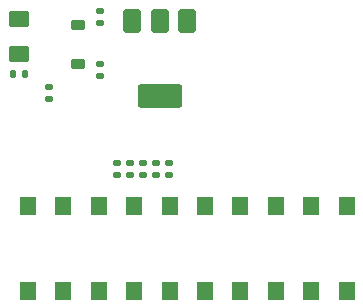
<source format=gbr>
%TF.GenerationSoftware,KiCad,Pcbnew,8.0.7*%
%TF.CreationDate,2025-01-07T22:37:39-03:00*%
%TF.ProjectId,organator,6f726761-6e61-4746-9f72-2e6b69636164,rev?*%
%TF.SameCoordinates,Original*%
%TF.FileFunction,Paste,Top*%
%TF.FilePolarity,Positive*%
%FSLAX46Y46*%
G04 Gerber Fmt 4.6, Leading zero omitted, Abs format (unit mm)*
G04 Created by KiCad (PCBNEW 8.0.7) date 2025-01-07 22:37:39*
%MOMM*%
%LPD*%
G01*
G04 APERTURE LIST*
G04 Aperture macros list*
%AMRoundRect*
0 Rectangle with rounded corners*
0 $1 Rounding radius*
0 $2 $3 $4 $5 $6 $7 $8 $9 X,Y pos of 4 corners*
0 Add a 4 corners polygon primitive as box body*
4,1,4,$2,$3,$4,$5,$6,$7,$8,$9,$2,$3,0*
0 Add four circle primitives for the rounded corners*
1,1,$1+$1,$2,$3*
1,1,$1+$1,$4,$5*
1,1,$1+$1,$6,$7*
1,1,$1+$1,$8,$9*
0 Add four rect primitives between the rounded corners*
20,1,$1+$1,$2,$3,$4,$5,0*
20,1,$1+$1,$4,$5,$6,$7,0*
20,1,$1+$1,$6,$7,$8,$9,0*
20,1,$1+$1,$8,$9,$2,$3,0*%
G04 Aperture macros list end*
%ADD10RoundRect,0.135000X0.185000X-0.135000X0.185000X0.135000X-0.185000X0.135000X-0.185000X-0.135000X0*%
%ADD11RoundRect,0.135000X-0.135000X-0.185000X0.135000X-0.185000X0.135000X0.185000X-0.135000X0.185000X0*%
%ADD12RoundRect,0.135000X-0.185000X0.135000X-0.185000X-0.135000X0.185000X-0.135000X0.185000X0.135000X0*%
%ADD13R,1.400000X1.600000*%
%ADD14RoundRect,0.225000X-0.375000X0.225000X-0.375000X-0.225000X0.375000X-0.225000X0.375000X0.225000X0*%
%ADD15RoundRect,0.250000X-0.500000X0.750000X-0.500000X-0.750000X0.500000X-0.750000X0.500000X0.750000X0*%
%ADD16RoundRect,0.250000X-1.650000X0.750000X-1.650000X-0.750000X1.650000X-0.750000X1.650000X0.750000X0*%
%ADD17RoundRect,0.250001X0.624999X-0.462499X0.624999X0.462499X-0.624999X0.462499X-0.624999X-0.462499X0*%
G04 APERTURE END LIST*
D10*
%TO.C,R5*%
X114580000Y-112200000D03*
X114580000Y-111180000D03*
%TD*%
D11*
%TO.C,R1*%
X104730000Y-103700000D03*
X105750000Y-103700000D03*
%TD*%
D10*
%TO.C,R7*%
X116780000Y-112200000D03*
X116780000Y-111180000D03*
%TD*%
D12*
%TO.C,R3*%
X112100000Y-102850000D03*
X112100000Y-103870000D03*
%TD*%
D13*
%TO.C,SW2*%
X111950000Y-122050000D03*
X111950000Y-114850000D03*
X114950000Y-122050000D03*
X114950000Y-114850000D03*
%TD*%
%TO.C,SW5*%
X129950000Y-122050000D03*
X129950000Y-114850000D03*
X132950000Y-122050000D03*
X132950000Y-114850000D03*
%TD*%
D14*
%TO.C,D2*%
X110200000Y-99550000D03*
X110200000Y-102850000D03*
%TD*%
D10*
%TO.C,R4*%
X113480000Y-112200000D03*
X113480000Y-111180000D03*
%TD*%
D13*
%TO.C,SW1*%
X105950000Y-122050000D03*
X105950000Y-114850000D03*
X108950000Y-122050000D03*
X108950000Y-114850000D03*
%TD*%
D15*
%TO.C,Q1*%
X119400000Y-99200000D03*
X117100000Y-99200000D03*
D16*
X117100000Y-105500000D03*
D15*
X114800000Y-99200000D03*
%TD*%
D10*
%TO.C,R8*%
X117900000Y-112200000D03*
X117900000Y-111180000D03*
%TD*%
D12*
%TO.C,R2*%
X112100000Y-98290000D03*
X112100000Y-99310000D03*
%TD*%
D13*
%TO.C,SW3*%
X117950000Y-122050000D03*
X117950000Y-114850000D03*
X120950000Y-122050000D03*
X120950000Y-114850000D03*
%TD*%
D17*
%TO.C,D1*%
X105200000Y-101975000D03*
X105200000Y-99000000D03*
%TD*%
D12*
%TO.C,R9*%
X107750000Y-104750000D03*
X107750000Y-105770000D03*
%TD*%
D10*
%TO.C,R6*%
X115680000Y-112200000D03*
X115680000Y-111180000D03*
%TD*%
D13*
%TO.C,SW4*%
X123950000Y-122050000D03*
X123950000Y-114850000D03*
X126950000Y-122050000D03*
X126950000Y-114850000D03*
%TD*%
M02*

</source>
